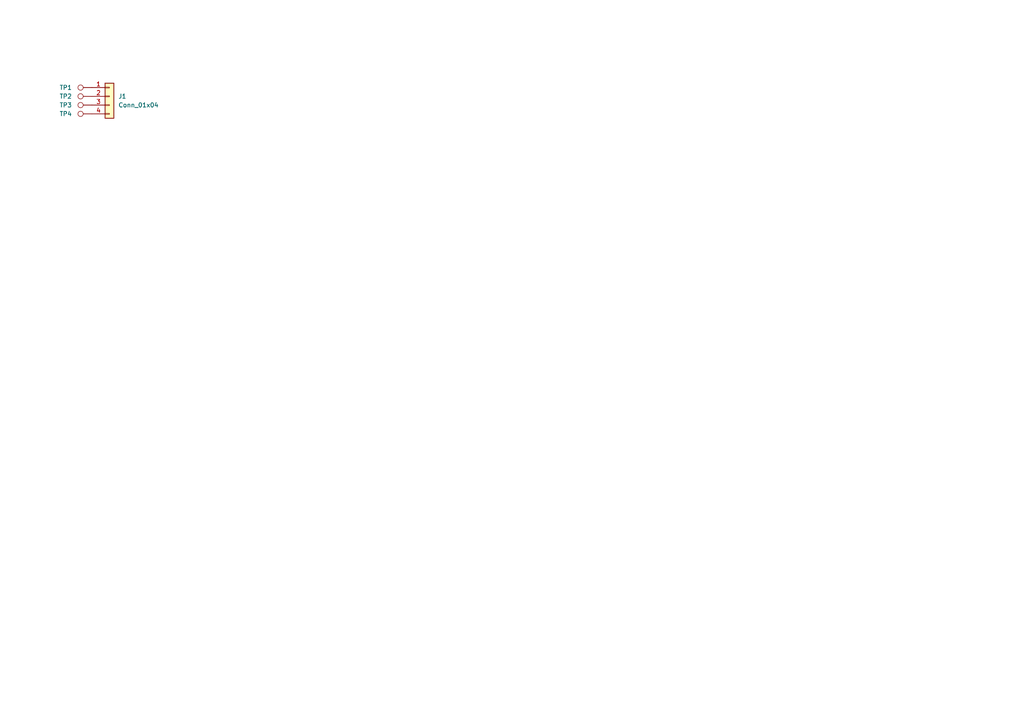
<source format=kicad_sch>
(kicad_sch (version 20211123) (generator eeschema)
  (paper "A4")
  (lib_symbols
    (symbol "Connector:TestPoint" (pin_numbers hide) (pin_names (offset 0.762) hide)
      (property "Reference" "TP" (at 0 6.858 0))
      (property "Value" "TestPoint" (at 0 5.08 0))
      (symbol "TestPoint_0_1"
        (circle (center 0 3.302) (radius 0.762))
      )
      (symbol "TestPoint_1_1"
        (pin passive line (at 0 0 90) (length 2.54) (name "1") (number "1"))
      )
    )
    (symbol "Connector_Generic:Conn_01x04" (pin_names (offset 1.016) hide)
      (property "Reference" "J" (at 0 5.08 0))
      (property "Value" "Conn_01x04" (at 0 -7.62 0))
      (symbol "Conn_01x04_1_1"
        (rectangle (start -1.27 -4.953) (end 0 -5.207) (stroke (width 0.1524)))
        (rectangle (start -1.27 -2.413) (end 0 -2.667) (stroke (width 0.1524)))
        (rectangle (start -1.27 0.127) (end 0 -0.127) (stroke (width 0.1524)))
        (rectangle (start -1.27 2.667) (end 0 2.413) (stroke (width 0.1524)))
        (rectangle (start -1.27 3.81) (end 1.27 -6.35) (stroke (width 0.254)) (fill (type background)))
        (pin passive line (at -5.08 2.54 0) (length 3.81) (name "Pin_1") (number "1"))
        (pin passive line (at -5.08 0 0) (length 3.81) (name "Pin_2") (number "2"))
        (pin passive line (at -5.08 -2.54 0) (length 3.81) (name "Pin_3") (number "3"))
        (pin passive line (at -5.08 -5.08 0) (length 3.81) (name "Pin_4") (number "4"))
      )
    )
  )
  (symbol (lib_id "Connector:TestPoint") (at 26.67 30.48 90) (unit 1)
    (property "Reference" "TP3" (at 19.05 30.48 90))
    (property "Value" "TestPoint" (effects hide))
    (property "Footprint" "TestPoint:TestPoint_Pad_D3.0mm" (effects hide))
  )
  (symbol (lib_id "Connector:TestPoint") (at 26.67 25.4 90) (unit 1)
    (property "Reference" "TP1" (at 19.05 25.4 90))
    (property "Value" "TestPoint" (effects hide))
    (property "Footprint" "TestPoint:TestPoint_Pad_D3.0mm" (effects hide))
  )
  (symbol (lib_id "Connector:TestPoint") (at 26.67 33.02 90) (unit 1)
    (property "Reference" "TP4" (at 19.05 33.02 90))
    (property "Value" "TestPoint" (effects hide))
    (property "Footprint" "TestPoint:TestPoint_Pad_D3.0mm" (effects hide))
  )
  (symbol (lib_id "Connector:TestPoint") (at 26.67 27.94 90) (unit 1)
    (property "Reference" "TP2" (at 19.05 27.94 90))
    (property "Value" "TestPoint" (effects hide))
    (property "Footprint" "TestPoint:TestPoint_Pad_D3.0mm" (effects hide))
  )
  (symbol (lib_id "Connector_Generic:Conn_01x04") (at 31.75 27.94 0) (unit 1)
    (property "Reference" "J1" (at 34.29 27.9399 0) (effects (justify left)))
    (property "Value" "Conn_01x04" (at 34.29 30.4799 0) (effects (justify left)))
    (property "Footprint" "Connector_PinSocket_2.54mm:PinSocket_2x02_P2.54mm_Vertical_SMD" (effects hide))
  )
)
</source>
